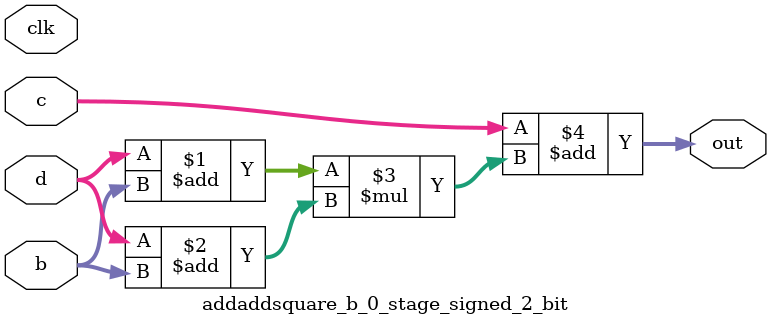
<source format=sv>
(* use_dsp = "yes" *) module addaddsquare_b_0_stage_signed_2_bit(
	input signed [1:0] b,
	input signed [1:0] c,
	input signed [1:0] d,
	output [1:0] out,
	input clk);

	assign out = c + ((d + b) * (d + b));
endmodule

</source>
